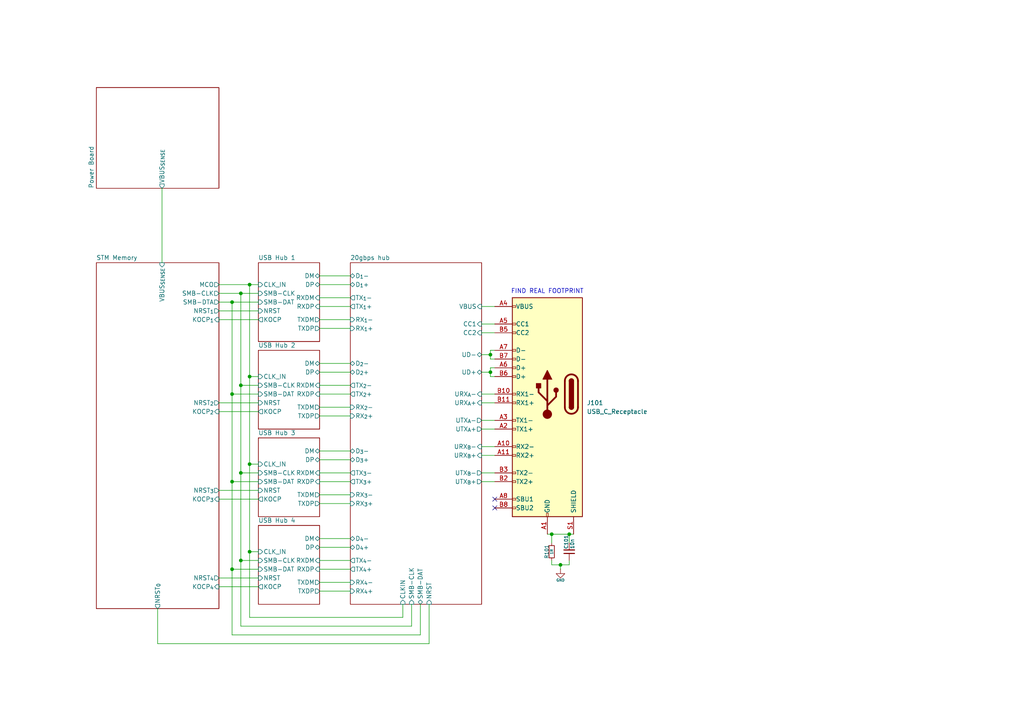
<source format=kicad_sch>
(kicad_sch (version 20250114) (generator "eeschema") (generator_version "9.0")
  (paper "A4")
  (lib_symbols
    (symbol "Bluesat:C_CompactV" (pin_numbers (hide yes)) (pin_names (offset 0.254) (hide yes))
      (property "Reference" "C" (at -0.889 0.762 90))
      (property "Value" "C_CompactV" (at 0.889 0.762 90))
      (symbol "C_CompactV_0_1"
        (polyline (pts (xy 1.524 0.508) (xy -1.524 0.508)) (stroke (width 0.3302)))
        (polyline (pts (xy 1.524 -0.508) (xy -1.524 -0.508)) (stroke (width 0.3048)))
      )
      (symbol "C_CompactV_1_1"
        (pin passive line (at 0 2.54 270) (length 2.032) (name "~") (number "2"))
        (pin passive line (at 0 -2.54 90) (length 2.032) (name "~") (number "1"))
      )
    )
    (symbol "Bluesat:R_CompactV" (pin_numbers (hide yes)) (pin_names (offset 0.254) (hide yes))
      (property "Reference" "R" (at -0.889 0 90))
      (property "Value" "R_CompactV" (at 0 0 90))
      (symbol "R_CompactV_0_1"
        (rectangle (start -0.762 1.778) (end 0.762 -1.778) (stroke (width 0.2032)))
      )
      (symbol "R_CompactV_1_1"
        (pin passive line (at 0 2.54 270) (length 0.762) (name "~") (number "1"))
        (pin passive line (at 0 -2.54 90) (length 0.762) (name "~") (number "2"))
      )
    )
    (symbol "Connector:USB_C_Receptacle" (pin_names (offset 1.016))
      (property "Reference" "J" (at -10.16 29.21 0))
      (property "Value" "USB_C_Receptacle" (at 10.16 29.21 0))
      (symbol "USB_C_Receptacle_0_0"
        (rectangle (start -0.254 -35.56) (end 0.254 -34.544))
        (rectangle (start 10.16 25.654) (end 9.144 25.146))
        (rectangle (start 10.16 20.574) (end 9.144 20.066))
        (rectangle (start 10.16 18.034) (end 9.144 17.526))
        (rectangle (start 10.16 12.954) (end 9.144 12.446))
        (rectangle (start 10.16 10.414) (end 9.144 9.906))
        (rectangle (start 10.16 7.874) (end 9.144 7.366))
        (rectangle (start 10.16 5.334) (end 9.144 4.826))
        (rectangle (start 10.16 0.254) (end 9.144 -0.254))
        (rectangle (start 10.16 -2.286) (end 9.144 -2.794))
        (rectangle (start 10.16 -7.366) (end 9.144 -7.874))
        (rectangle (start 10.16 -9.906) (end 9.144 -10.414))
        (rectangle (start 10.16 -14.986) (end 9.144 -15.494))
        (rectangle (start 10.16 -17.526) (end 9.144 -18.034))
        (rectangle (start 10.16 -22.606) (end 9.144 -23.114))
        (rectangle (start 10.16 -25.146) (end 9.144 -25.654))
        (rectangle (start 10.16 -30.226) (end 9.144 -30.734))
        (rectangle (start 10.16 -32.766) (end 9.144 -33.274))
      )
      (symbol "USB_C_Receptacle_0_1"
        (rectangle (start -10.16 27.94) (end 10.16 -35.56) (stroke (width 0.254)) (fill (type background)))
        (polyline (pts (xy -8.89 -3.81) (xy -8.89 3.81)) (stroke (width 0.508)))
        (rectangle (start -7.62 -3.81) (end -6.35 3.81) (stroke (width 0.254)) (fill (type outline)))
        (arc (start -7.62 3.81) (mid -6.985 4.4423) (end -6.35 3.81) (stroke (width 0.254)))
        (arc (start -7.62 3.81) (mid -6.985 4.4423) (end -6.35 3.81) (stroke (width 0.254)) (fill (type outline)))
        (arc (start -8.89 3.81) (mid -6.985 5.7067) (end -5.08 3.81) (stroke (width 0.508)))
        (arc (start -5.08 -3.81) (mid -6.985 -5.7067) (end -8.89 -3.81) (stroke (width 0.508)))
        (arc (start -6.35 -3.81) (mid -6.985 -4.4423) (end -7.62 -3.81) (stroke (width 0.254)))
        (arc (start -6.35 -3.81) (mid -6.985 -4.4423) (end -7.62 -3.81) (stroke (width 0.254)) (fill (type outline)))
        (polyline (pts (xy -5.08 3.81) (xy -5.08 -3.81)) (stroke (width 0.508)))
      )
      (symbol "USB_C_Receptacle_1_1"
        (circle (center -2.54 1.143) (radius 0.635) (stroke (width 0.254)) (fill (type outline)))
        (polyline (pts (xy -1.27 4.318) (xy 0 6.858) (xy 1.27 4.318) (xy -1.27 4.318)) (stroke (width 0.254)) (fill (type outline)))
        (polyline (pts (xy 0 -2.032) (xy 2.54 0.508) (xy 2.54 1.778)) (stroke (width 0.508)))
        (polyline (pts (xy 0 -3.302) (xy -2.54 -0.762) (xy -2.54 0.508)) (stroke (width 0.508)))
        (polyline (pts (xy 0 -5.842) (xy 0 4.318)) (stroke (width 0.508)))
        (circle (center 0 -5.842) (radius 1.27) (fill (type outline)))
        (rectangle (start 1.905 1.778) (end 3.175 3.048) (stroke (width 0.254)) (fill (type outline)))
        (pin passive line (at -7.62 -40.64 90) (length 5.08) (name "SHIELD") (number "S1"))
        (pin passive line (at 0 -40.64 90) (length 5.08) (name "GND") (number "A1"))
        (pin passive line (at 0 -40.64 90) (length 5.08) (hide yes) (name "GND") (number "A12"))
        (pin passive line (at 0 -40.64 90) (length 5.08) (hide yes) (name "GND") (number "B1"))
        (pin passive line (at 0 -40.64 90) (length 5.08) (hide yes) (name "GND") (number "B12"))
        (pin passive line (at 15.24 25.4 180) (length 5.08) (name "VBUS") (number "A4"))
        (pin passive line (at 15.24 25.4 180) (length 5.08) (hide yes) (name "VBUS") (number "A9"))
        (pin passive line (at 15.24 25.4 180) (length 5.08) (hide yes) (name "VBUS") (number "B4"))
        (pin passive line (at 15.24 25.4 180) (length 5.08) (hide yes) (name "VBUS") (number "B9"))
        (pin bidirectional line (at 15.24 20.32 180) (length 5.08) (name "CC1") (number "A5"))
        (pin bidirectional line (at 15.24 17.78 180) (length 5.08) (name "CC2") (number "B5"))
        (pin bidirectional line (at 15.24 12.7 180) (length 5.08) (name "D-") (number "A7"))
        (pin bidirectional line (at 15.24 10.16 180) (length 5.08) (name "D-") (number "B7"))
        (pin bidirectional line (at 15.24 7.62 180) (length 5.08) (name "D+") (number "A6"))
        (pin bidirectional line (at 15.24 5.08 180) (length 5.08) (name "D+") (number "B6"))
        (pin bidirectional line (at 15.24 0 180) (length 5.08) (name "RX1-") (number "B10"))
        (pin bidirectional line (at 15.24 -2.54 180) (length 5.08) (name "RX1+") (number "B11"))
        (pin bidirectional line (at 15.24 -7.62 180) (length 5.08) (name "TX1-") (number "A3"))
        (pin bidirectional line (at 15.24 -10.16 180) (length 5.08) (name "TX1+") (number "A2"))
        (pin bidirectional line (at 15.24 -15.24 180) (length 5.08) (name "RX2-") (number "A10"))
        (pin bidirectional line (at 15.24 -17.78 180) (length 5.08) (name "RX2+") (number "A11"))
        (pin bidirectional line (at 15.24 -22.86 180) (length 5.08) (name "TX2-") (number "B3"))
        (pin bidirectional line (at 15.24 -25.4 180) (length 5.08) (name "TX2+") (number "B2"))
        (pin bidirectional line (at 15.24 -30.48 180) (length 5.08) (name "SBU1") (number "A8"))
        (pin bidirectional line (at 15.24 -33.02 180) (length 5.08) (name "SBU2") (number "B8"))
      )
    )
    (symbol "power:GND" (power) (pin_numbers (hide yes)) (pin_names (offset 0) (hide yes))
      (property "Value" "GND" (at 0 -3.81 0))
      (symbol "GND_0_1"
        (polyline (pts (xy 0 0) (xy 0 -1.27) (xy 1.27 -1.27) (xy 0 -2.54) (xy -1.27 -1.27) (xy 0 -1.27)))
      )
      (symbol "GND_1_1"
        (pin power_in line (at 0 0 270) (length 0) (name "~") (number "1"))
      )
    )
  )
  (text "FIND REAL FOOTPRINT" (at 158.75 84.582 0) (effects (font (size 1.27 1.27))))
  (junction (at 69.85 85.09))
  (junction (at 72.39 82.55))
  (junction (at 142.24 107.95))
  (junction (at 67.31 87.63))
  (junction (at 160.02 154.94))
  (junction (at 67.31 114.3))
  (junction (at 72.39 109.22))
  (junction (at 67.31 165.1))
  (junction (at 67.31 139.7))
  (junction (at 142.24 102.87))
  (junction (at 69.85 162.56))
  (junction (at 69.85 111.76))
  (junction (at 162.56 163.83))
  (junction (at 72.39 160.02))
  (junction (at 165.1 154.94))
  (junction (at 72.39 134.62))
  (junction (at 69.85 137.16))
  (no_connect (at 143.51 144.78))
  (no_connect (at 143.51 147.32))
  (wire (pts (xy 92.71 82.55) (xy 101.6 82.55)))
  (wire (pts (xy 139.7 96.52) (xy 143.51 96.52)))
  (wire (pts (xy 92.71 80.01) (xy 101.6 80.01)))
  (wire (pts (xy 142.24 102.87) (xy 142.24 104.14)))
  (wire (pts (xy 72.39 160.02) (xy 72.39 179.07)))
  (wire (pts (xy 92.71 118.11) (xy 101.6 118.11)))
  (wire (pts (xy 143.51 106.68) (xy 142.24 106.68)))
  (wire (pts (xy 92.71 88.9) (xy 101.6 88.9)))
  (wire (pts (xy 139.7 139.7) (xy 143.51 139.7)))
  (wire (pts (xy 67.31 114.3) (xy 67.31 139.7)))
  (wire (pts (xy 92.71 111.76) (xy 101.6 111.76)))
  (wire (pts (xy 45.72 186.69) (xy 124.46 186.69)))
  (wire (pts (xy 92.71 120.65) (xy 101.6 120.65)))
  (wire (pts (xy 92.71 139.7) (xy 101.6 139.7)))
  (wire (pts (xy 63.5 119.38) (xy 74.93 119.38)))
  (wire (pts (xy 67.31 165.1) (xy 74.93 165.1)))
  (wire (pts (xy 92.71 105.41) (xy 101.6 105.41)))
  (wire (pts (xy 72.39 109.22) (xy 74.93 109.22)))
  (wire (pts (xy 143.51 101.6) (xy 142.24 101.6)))
  (wire (pts (xy 92.71 171.45) (xy 101.6 171.45)))
  (wire (pts (xy 139.7 102.87) (xy 142.24 102.87)))
  (wire (pts (xy 92.71 92.71) (xy 101.6 92.71)))
  (wire (pts (xy 92.71 168.91) (xy 101.6 168.91)))
  (wire (pts (xy 124.46 186.69) (xy 124.46 175.26)))
  (wire (pts (xy 92.71 130.81) (xy 101.6 130.81)))
  (wire (pts (xy 67.31 165.1) (xy 67.31 184.15)))
  (wire (pts (xy 142.24 104.14) (xy 143.51 104.14)))
  (wire (pts (xy 162.56 163.83) (xy 162.56 165.1)))
  (wire (pts (xy 139.7 132.08) (xy 143.51 132.08)))
  (wire (pts (xy 67.31 139.7) (xy 67.31 165.1)))
  (wire (pts (xy 142.24 106.68) (xy 142.24 107.95)))
  (wire (pts (xy 72.39 179.07) (xy 116.84 179.07)))
  (wire (pts (xy 139.7 88.9) (xy 143.51 88.9)))
  (wire (pts (xy 69.85 111.76) (xy 69.85 137.16)))
  (wire (pts (xy 139.7 114.3) (xy 143.51 114.3)))
  (wire (pts (xy 72.39 82.55) (xy 72.39 109.22)))
  (wire (pts (xy 67.31 139.7) (xy 74.93 139.7)))
  (wire (pts (xy 67.31 184.15) (xy 121.92 184.15)))
  (wire (pts (xy 46.99 54.61) (xy 46.99 76.2)))
  (wire (pts (xy 69.85 162.56) (xy 69.85 181.61)))
  (wire (pts (xy 69.85 85.09) (xy 74.93 85.09)))
  (wire (pts (xy 72.39 134.62) (xy 72.39 160.02)))
  (wire (pts (xy 139.7 93.98) (xy 143.51 93.98)))
  (wire (pts (xy 158.75 154.94) (xy 160.02 154.94)))
  (wire (pts (xy 69.85 85.09) (xy 69.85 111.76)))
  (wire (pts (xy 92.71 143.51) (xy 101.6 143.51)))
  (wire (pts (xy 92.71 158.75) (xy 101.6 158.75)))
  (wire (pts (xy 165.1 162.56) (xy 165.1 163.83)))
  (wire (pts (xy 69.85 137.16) (xy 74.93 137.16)))
  (wire (pts (xy 139.7 121.92) (xy 143.51 121.92)))
  (wire (pts (xy 63.5 90.17) (xy 74.93 90.17)))
  (wire (pts (xy 92.71 133.35) (xy 101.6 133.35)))
  (wire (pts (xy 63.5 167.64) (xy 74.93 167.64)))
  (wire (pts (xy 139.7 116.84) (xy 143.51 116.84)))
  (wire (pts (xy 92.71 165.1) (xy 101.6 165.1)))
  (wire (pts (xy 92.71 156.21) (xy 101.6 156.21)))
  (wire (pts (xy 63.5 82.55) (xy 72.39 82.55)))
  (wire (pts (xy 63.5 144.78) (xy 74.93 144.78)))
  (wire (pts (xy 139.7 137.16) (xy 143.51 137.16)))
  (wire (pts (xy 160.02 157.48) (xy 160.02 154.94)))
  (wire (pts (xy 92.71 137.16) (xy 101.6 137.16)))
  (wire (pts (xy 63.5 170.18) (xy 74.93 170.18)))
  (wire (pts (xy 67.31 87.63) (xy 74.93 87.63)))
  (wire (pts (xy 139.7 107.95) (xy 142.24 107.95)))
  (wire (pts (xy 165.1 154.94) (xy 165.1 157.48)))
  (wire (pts (xy 121.92 184.15) (xy 121.92 175.26)))
  (wire (pts (xy 72.39 109.22) (xy 72.39 134.62)))
  (wire (pts (xy 92.71 114.3) (xy 101.6 114.3)))
  (wire (pts (xy 165.1 154.94) (xy 166.37 154.94)))
  (wire (pts (xy 72.39 82.55) (xy 74.93 82.55)))
  (wire (pts (xy 142.24 101.6) (xy 142.24 102.87)))
  (wire (pts (xy 72.39 160.02) (xy 74.93 160.02)))
  (wire (pts (xy 45.72 176.53) (xy 45.72 186.69)))
  (wire (pts (xy 116.84 179.07) (xy 116.84 175.26)))
  (wire (pts (xy 143.51 109.22) (xy 142.24 109.22)))
  (wire (pts (xy 69.85 162.56) (xy 74.93 162.56)))
  (wire (pts (xy 160.02 162.56) (xy 160.02 163.83)))
  (wire (pts (xy 92.71 95.25) (xy 101.6 95.25)))
  (wire (pts (xy 162.56 163.83) (xy 165.1 163.83)))
  (wire (pts (xy 72.39 134.62) (xy 74.93 134.62)))
  (wire (pts (xy 63.5 87.63) (xy 67.31 87.63)))
  (wire (pts (xy 67.31 114.3) (xy 74.93 114.3)))
  (wire (pts (xy 92.71 146.05) (xy 101.6 146.05)))
  (wire (pts (xy 139.7 129.54) (xy 143.51 129.54)))
  (wire (pts (xy 92.71 162.56) (xy 101.6 162.56)))
  (wire (pts (xy 63.5 85.09) (xy 69.85 85.09)))
  (wire (pts (xy 63.5 142.24) (xy 74.93 142.24)))
  (wire (pts (xy 119.38 181.61) (xy 119.38 175.26)))
  (wire (pts (xy 160.02 154.94) (xy 165.1 154.94)))
  (wire (pts (xy 92.71 107.95) (xy 101.6 107.95)))
  (wire (pts (xy 160.02 163.83) (xy 162.56 163.83)))
  (wire (pts (xy 69.85 137.16) (xy 69.85 162.56)))
  (wire (pts (xy 92.71 86.36) (xy 101.6 86.36)))
  (wire (pts (xy 69.85 181.61) (xy 119.38 181.61)))
  (wire (pts (xy 139.7 124.46) (xy 143.51 124.46)))
  (wire (pts (xy 142.24 107.95) (xy 142.24 109.22)))
  (wire (pts (xy 63.5 116.84) (xy 74.93 116.84)))
  (wire (pts (xy 63.5 92.71) (xy 74.93 92.71)))
  (wire (pts (xy 69.85 111.76) (xy 74.93 111.76)))
  (wire (pts (xy 67.31 87.63) (xy 67.31 114.3)))
  (symbol (lib_id "Bluesat:R_CompactV") (at 160.02 160.02 0) (mirror x) (unit 1)
    (property "Reference" "R101" (at 159.131 160.02 90) (effects (font (size 1.016 1.016)) (justify bottom)))
    (property "Value" "1R" (at 160.02 160.02 90) (effects (font (size 0.762 0.762))))
    (property "Footprint" "Resistor_SMD:R_0402_1005Metric" (effects (hide yes)))
    (property "Description" "Resistor, compact symbol" (effects (hide yes)))
  )
  (symbol (lib_id "power:GND") (at 162.56 165.1 0) (mirror y) (unit 1)
    (property "Reference" "#PWR0101" (effects (hide yes)))
    (property "Value" "GND" (at 162.56 168.275 0) (effects (font (size 0.762 0.762))))
    (property "Description" "Power symbol creates a global label with name \"GND\" , ground" (effects (hide yes)))
  )
  (symbol (lib_id "Bluesat:C_CompactV") (at 165.1 160.02 0) (unit 1)
    (property "Reference" "C101" (at 164.211 159.258 90) (effects (font (size 1.016 1.016)) (justify left)))
    (property "Value" "10n" (at 165.989 159.258 90) (effects (font (size 1.016 1.016)) (justify left)))
    (property "Footprint" "Capacitor_SMD:C_0402_1005Metric" (effects (hide yes)))
    (property "Description" "Unpolarized capacitor, compact symbol" (effects (hide yes)))
  )
  (symbol (lib_id "Connector:USB_C_Receptacle") (at 158.75 114.3 0) (mirror y) (unit 1)
    (property "Reference" "J101" (at 170.18 116.8399 0) (effects (justify right)))
    (property "Value" "USB_C_Receptacle" (at 170.18 119.3799 0) (effects (justify right)))
    (property "Footprint" "Connector_USB:USB_C_Receptacle_Amphenol_12401548E4-2A" (effects (hide yes)))
    (property "Datasheet" "https://www.usb.org/sites/default/files/documents/usb_type-c.zip" (effects (hide yes)))
    (property "Description" "USB Full-Featured Type-C Receptacle connector" (effects (hide yes)))
  )
  (sheet (at 74.93 76.2) (size 17.78 22.86) (stroke (width 0.1524))
    (property "Sheetname" "USB Hub 1" (at 74.93 75.4884 0) (effects (justify left bottom)))
    (property "Sheetfile" "usb-hub1.kicad_sch" (effects (hide yes)))
    (pin "CLK_IN" input (at 74.93 82.55 180))
    (pin "SMB-CLK" input (at 74.93 85.09 180))
    (pin "SMB-DAT" input (at 74.93 87.63 180))
    (pin "DM" bidirectional (at 92.71 80.01 0))
    (pin "DP" bidirectional (at 92.71 82.55 0))
    (pin "NRST" input (at 74.93 90.17 180))
    (pin "RXDM" input (at 92.71 86.36 0))
    (pin "RXDP" input (at 92.71 88.9 0))
    (pin "TXDM" output (at 92.71 92.71 0))
    (pin "TXDP" output (at 92.71 95.25 0))
    (pin "KOCP" output (at 74.93 92.71 180))
  )
  (sheet (at 74.93 152.4) (size 17.78 22.86) (stroke (width 0.1524))
    (property "Sheetname" "USB Hub 4" (at 74.93 151.6884 0) (effects (justify left bottom)))
    (property "Sheetfile" "usb-hub1.kicad_sch" (effects (hide yes)))
    (pin "CLK_IN" input (at 74.93 160.02 180))
    (pin "SMB-CLK" input (at 74.93 162.56 180))
    (pin "SMB-DAT" input (at 74.93 165.1 180))
    (pin "DM" bidirectional (at 92.71 156.21 0))
    (pin "DP" bidirectional (at 92.71 158.75 0))
    (pin "KOCP" output (at 74.93 170.18 180))
    (pin "NRST" input (at 74.93 167.64 180))
    (pin "RXDM" input (at 92.71 162.56 0))
    (pin "RXDP" input (at 92.71 165.1 0))
    (pin "TXDM" output (at 92.71 168.91 0))
    (pin "TXDP" output (at 92.71 171.45 0))
  )
  (sheet (at 74.93 127) (size 17.78 22.86) (stroke (width 0.1524))
    (property "Sheetname" "USB Hub 3" (at 74.93 126.2884 0) (effects (justify left bottom)))
    (property "Sheetfile" "usb-hub1.kicad_sch" (effects (hide yes)))
    (pin "CLK_IN" input (at 74.93 134.62 180))
    (pin "SMB-CLK" input (at 74.93 137.16 180))
    (pin "SMB-DAT" input (at 74.93 139.7 180))
    (pin "DM" bidirectional (at 92.71 130.81 0))
    (pin "DP" bidirectional (at 92.71 133.35 0))
    (pin "KOCP" output (at 74.93 144.78 180))
    (pin "NRST" input (at 74.93 142.24 180))
    (pin "RXDM" input (at 92.71 137.16 0))
    (pin "RXDP" input (at 92.71 139.7 0))
    (pin "TXDM" output (at 92.71 143.51 0))
    (pin "TXDP" output (at 92.71 146.05 0))
  )
  (sheet (at 27.94 76.2) (size 35.56 100.33) (stroke (width 0.1524))
    (property "Sheetname" "STM Memory" (at 27.94 75.4884 0) (effects (justify left bottom)))
    (property "Sheetfile" "STM_memory.kicad_sch" (effects (hide yes)))
    (pin "MCO" output (at 63.5 82.55 0))
    (pin "SMB-CLK" output (at 63.5 85.09 0))
    (pin "SMB-DTA" output (at 63.5 87.63 0))
    (pin "VBUS_{SENSE}" input (at 46.99 76.2 90))
    (pin "NRST_{0}" output (at 45.72 176.53 270))
    (pin "NRST_{1}" output (at 63.5 90.17 0))
    (pin "NRST_{2}" output (at 63.5 116.84 0))
    (pin "NRST_{3}" output (at 63.5 142.24 0))
    (pin "NRST_{4}" output (at 63.5 167.64 0))
    (pin "KOCP_{1}" input (at 63.5 92.71 0))
    (pin "KOCP_{2}" input (at 63.5 119.38 0))
    (pin "KOCP_{3}" input (at 63.5 144.78 0))
    (pin "KOCP_{4}" input (at 63.5 170.18 0))
  )
  (sheet (at 101.6 76.2) (size 38.1 99.06) (stroke (width 0.1524))
    (property "Sheetname" "20gbps hub" (at 101.6 75.4884 0) (effects (justify left bottom)))
    (property "Sheetfile" "connectors.kicad_sch" (effects (hide yes)))
    (pin "CC1" input (at 139.7 93.98 0))
    (pin "CC2" input (at 139.7 96.52 0))
    (pin "CLKIN" input (at 116.84 175.26 270))
    (pin "NRST" input (at 124.46 175.26 270))
    (pin "SMB-CLK" input (at 119.38 175.26 270))
    (pin "SMB-DAT" bidirectional (at 121.92 175.26 270))
    (pin "VBUS" input (at 139.7 88.9 0))
    (pin "RX_{1}+" input (at 101.6 95.25 180))
    (pin "RX_{1}-" input (at 101.6 92.71 180))
    (pin "TX_{1}+" output (at 101.6 88.9 180))
    (pin "TX_{1}-" output (at 101.6 86.36 180))
    (pin "RX_{2}+" input (at 101.6 120.65 180))
    (pin "RX_{2}-" input (at 101.6 118.11 180))
    (pin "TX_{2}+" output (at 101.6 114.3 180))
    (pin "TX_{2}-" output (at 101.6 111.76 180))
    (pin "RX_{3}+" input (at 101.6 146.05 180))
    (pin "RX_{3}-" input (at 101.6 143.51 180))
    (pin "TX_{3}+" output (at 101.6 139.7 180))
    (pin "TX_{3}-" output (at 101.6 137.16 180))
    (pin "RX_{4}+" input (at 101.6 171.45 180))
    (pin "RX_{4}-" input (at 101.6 168.91 180))
    (pin "TX_{4}+" output (at 101.6 165.1 180))
    (pin "TX_{4}-" output (at 101.6 162.56 180))
    (pin "D_{1}+" bidirectional (at 101.6 82.55 180))
    (pin "D_{1}-" bidirectional (at 101.6 80.01 180))
    (pin "D_{2}+" bidirectional (at 101.6 107.95 180))
    (pin "D_{2}-" bidirectional (at 101.6 105.41 180))
    (pin "D_{3}+" bidirectional (at 101.6 133.35 180))
    (pin "D_{3}-" bidirectional (at 101.6 130.81 180))
    (pin "D_{4}+" bidirectional (at 101.6 158.75 180))
    (pin "D_{4}-" bidirectional (at 101.6 156.21 180))
    (pin "UD+" bidirectional (at 139.7 107.95 0))
    (pin "UD-" bidirectional (at 139.7 102.87 0))
    (pin "URX_{B}+" input (at 139.7 132.08 0))
    (pin "URX_{B}-" input (at 139.7 129.54 0))
    (pin "UTX_{B}+" output (at 139.7 139.7 0))
    (pin "UTX_{B}-" output (at 139.7 137.16 0))
    (pin "URX_{A}+" input (at 139.7 116.84 0))
    (pin "URX_{A}-" input (at 139.7 114.3 0))
    (pin "UTX_{A}+" output (at 139.7 124.46 0))
    (pin "UTX_{A}-" output (at 139.7 121.92 0))
  )
  (sheet (at 27.94 25.4) (size 35.56 29.21) (stroke (width 0.1524))
    (property "Sheetname" "Power Board" (at 27.2284 54.61 90) (effects (justify left bottom)))
    (property "Sheetfile" "powerboard.kicad_sch" (effects (hide yes)))
    (pin "VBUS_{SENSE}" output (at 46.99 54.61 270))
  )
  (sheet (at 74.93 101.6) (size 17.78 22.86) (stroke (width 0.1524))
    (property "Sheetname" "USB Hub 2" (at 74.93 100.8884 0) (effects (justify left bottom)))
    (property "Sheetfile" "usb-hub1.kicad_sch" (effects (hide yes)))
    (pin "CLK_IN" input (at 74.93 109.22 180))
    (pin "SMB-CLK" input (at 74.93 111.76 180))
    (pin "SMB-DAT" input (at 74.93 114.3 180))
    (pin "DM" bidirectional (at 92.71 105.41 0))
    (pin "DP" bidirectional (at 92.71 107.95 0))
    (pin "KOCP" output (at 74.93 119.38 180))
    (pin "NRST" input (at 74.93 116.84 180))
    (pin "RXDM" input (at 92.71 111.76 0))
    (pin "RXDP" input (at 92.71 114.3 0))
    (pin "TXDM" output (at 92.71 118.11 0))
    (pin "TXDP" output (at 92.71 120.65 0))
  )
)
</source>
